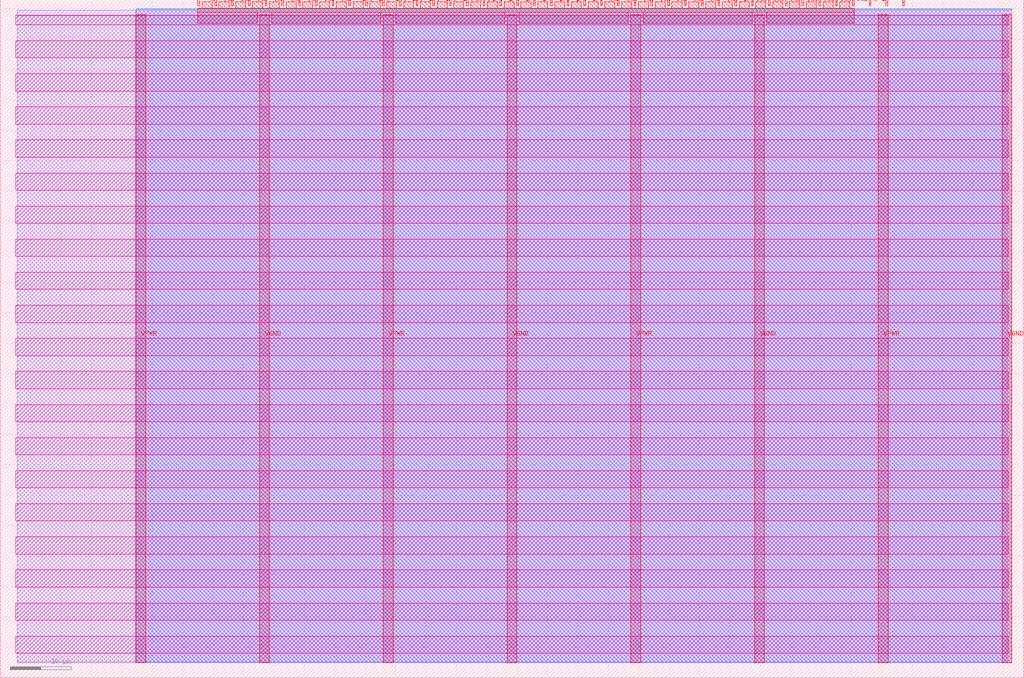
<source format=lef>
VERSION 5.7 ;
  NOWIREEXTENSIONATPIN ON ;
  DIVIDERCHAR "/" ;
  BUSBITCHARS "[]" ;
MACRO tt_um_wokwi_380416361853146113
  CLASS BLOCK ;
  FOREIGN tt_um_wokwi_380416361853146113 ;
  ORIGIN 0.000 0.000 ;
  SIZE 168.360 BY 111.520 ;
  PIN VGND
    DIRECTION INOUT ;
    USE GROUND ;
    PORT
      LAYER met4 ;
        RECT 42.670 2.480 44.270 109.040 ;
    END
    PORT
      LAYER met4 ;
        RECT 83.380 2.480 84.980 109.040 ;
    END
    PORT
      LAYER met4 ;
        RECT 124.090 2.480 125.690 109.040 ;
    END
    PORT
      LAYER met4 ;
        RECT 164.800 2.480 166.400 109.040 ;
    END
  END VGND
  PIN VPWR
    DIRECTION INOUT ;
    USE POWER ;
    PORT
      LAYER met4 ;
        RECT 22.315 2.480 23.915 109.040 ;
    END
    PORT
      LAYER met4 ;
        RECT 63.025 2.480 64.625 109.040 ;
    END
    PORT
      LAYER met4 ;
        RECT 103.735 2.480 105.335 109.040 ;
    END
    PORT
      LAYER met4 ;
        RECT 144.445 2.480 146.045 109.040 ;
    END
  END VPWR
  PIN clk
    DIRECTION INPUT ;
    USE SIGNAL ;
    PORT
      LAYER met4 ;
        RECT 145.670 110.520 145.970 111.520 ;
    END
  END clk
  PIN ena
    DIRECTION INPUT ;
    USE SIGNAL ;
    PORT
      LAYER met4 ;
        RECT 148.430 110.520 148.730 111.520 ;
    END
  END ena
  PIN rst_n
    DIRECTION INPUT ;
    USE SIGNAL ;
    PORT
      LAYER met4 ;
        RECT 142.910 110.520 143.210 111.520 ;
    END
  END rst_n
  PIN ui_in[0]
    DIRECTION INPUT ;
    USE SIGNAL ;
    ANTENNAGATEAREA 0.196500 ;
    PORT
      LAYER met4 ;
        RECT 140.150 110.520 140.450 111.520 ;
    END
  END ui_in[0]
  PIN ui_in[1]
    DIRECTION INPUT ;
    USE SIGNAL ;
    ANTENNAGATEAREA 0.196500 ;
    PORT
      LAYER met4 ;
        RECT 137.390 110.520 137.690 111.520 ;
    END
  END ui_in[1]
  PIN ui_in[2]
    DIRECTION INPUT ;
    USE SIGNAL ;
    ANTENNAGATEAREA 0.196500 ;
    PORT
      LAYER met4 ;
        RECT 134.630 110.520 134.930 111.520 ;
    END
  END ui_in[2]
  PIN ui_in[3]
    DIRECTION INPUT ;
    USE SIGNAL ;
    ANTENNAGATEAREA 0.196500 ;
    PORT
      LAYER met4 ;
        RECT 131.870 110.520 132.170 111.520 ;
    END
  END ui_in[3]
  PIN ui_in[4]
    DIRECTION INPUT ;
    USE SIGNAL ;
    ANTENNAGATEAREA 0.196500 ;
    PORT
      LAYER met4 ;
        RECT 129.110 110.520 129.410 111.520 ;
    END
  END ui_in[4]
  PIN ui_in[5]
    DIRECTION INPUT ;
    USE SIGNAL ;
    ANTENNAGATEAREA 0.196500 ;
    PORT
      LAYER met4 ;
        RECT 126.350 110.520 126.650 111.520 ;
    END
  END ui_in[5]
  PIN ui_in[6]
    DIRECTION INPUT ;
    USE SIGNAL ;
    ANTENNAGATEAREA 0.196500 ;
    PORT
      LAYER met4 ;
        RECT 123.590 110.520 123.890 111.520 ;
    END
  END ui_in[6]
  PIN ui_in[7]
    DIRECTION INPUT ;
    USE SIGNAL ;
    ANTENNAGATEAREA 0.196500 ;
    PORT
      LAYER met4 ;
        RECT 120.830 110.520 121.130 111.520 ;
    END
  END ui_in[7]
  PIN uio_in[0]
    DIRECTION INPUT ;
    USE SIGNAL ;
    PORT
      LAYER met4 ;
        RECT 118.070 110.520 118.370 111.520 ;
    END
  END uio_in[0]
  PIN uio_in[1]
    DIRECTION INPUT ;
    USE SIGNAL ;
    PORT
      LAYER met4 ;
        RECT 115.310 110.520 115.610 111.520 ;
    END
  END uio_in[1]
  PIN uio_in[2]
    DIRECTION INPUT ;
    USE SIGNAL ;
    PORT
      LAYER met4 ;
        RECT 112.550 110.520 112.850 111.520 ;
    END
  END uio_in[2]
  PIN uio_in[3]
    DIRECTION INPUT ;
    USE SIGNAL ;
    PORT
      LAYER met4 ;
        RECT 109.790 110.520 110.090 111.520 ;
    END
  END uio_in[3]
  PIN uio_in[4]
    DIRECTION INPUT ;
    USE SIGNAL ;
    PORT
      LAYER met4 ;
        RECT 107.030 110.520 107.330 111.520 ;
    END
  END uio_in[4]
  PIN uio_in[5]
    DIRECTION INPUT ;
    USE SIGNAL ;
    PORT
      LAYER met4 ;
        RECT 104.270 110.520 104.570 111.520 ;
    END
  END uio_in[5]
  PIN uio_in[6]
    DIRECTION INPUT ;
    USE SIGNAL ;
    PORT
      LAYER met4 ;
        RECT 101.510 110.520 101.810 111.520 ;
    END
  END uio_in[6]
  PIN uio_in[7]
    DIRECTION INPUT ;
    USE SIGNAL ;
    PORT
      LAYER met4 ;
        RECT 98.750 110.520 99.050 111.520 ;
    END
  END uio_in[7]
  PIN uio_oe[0]
    DIRECTION OUTPUT TRISTATE ;
    USE SIGNAL ;
    PORT
      LAYER met4 ;
        RECT 51.830 110.520 52.130 111.520 ;
    END
  END uio_oe[0]
  PIN uio_oe[1]
    DIRECTION OUTPUT TRISTATE ;
    USE SIGNAL ;
    PORT
      LAYER met4 ;
        RECT 49.070 110.520 49.370 111.520 ;
    END
  END uio_oe[1]
  PIN uio_oe[2]
    DIRECTION OUTPUT TRISTATE ;
    USE SIGNAL ;
    PORT
      LAYER met4 ;
        RECT 46.310 110.520 46.610 111.520 ;
    END
  END uio_oe[2]
  PIN uio_oe[3]
    DIRECTION OUTPUT TRISTATE ;
    USE SIGNAL ;
    PORT
      LAYER met4 ;
        RECT 43.550 110.520 43.850 111.520 ;
    END
  END uio_oe[3]
  PIN uio_oe[4]
    DIRECTION OUTPUT TRISTATE ;
    USE SIGNAL ;
    PORT
      LAYER met4 ;
        RECT 40.790 110.520 41.090 111.520 ;
    END
  END uio_oe[4]
  PIN uio_oe[5]
    DIRECTION OUTPUT TRISTATE ;
    USE SIGNAL ;
    PORT
      LAYER met4 ;
        RECT 38.030 110.520 38.330 111.520 ;
    END
  END uio_oe[5]
  PIN uio_oe[6]
    DIRECTION OUTPUT TRISTATE ;
    USE SIGNAL ;
    PORT
      LAYER met4 ;
        RECT 35.270 110.520 35.570 111.520 ;
    END
  END uio_oe[6]
  PIN uio_oe[7]
    DIRECTION OUTPUT TRISTATE ;
    USE SIGNAL ;
    PORT
      LAYER met4 ;
        RECT 32.510 110.520 32.810 111.520 ;
    END
  END uio_oe[7]
  PIN uio_out[0]
    DIRECTION OUTPUT TRISTATE ;
    USE SIGNAL ;
    PORT
      LAYER met4 ;
        RECT 73.910 110.520 74.210 111.520 ;
    END
  END uio_out[0]
  PIN uio_out[1]
    DIRECTION OUTPUT TRISTATE ;
    USE SIGNAL ;
    PORT
      LAYER met4 ;
        RECT 71.150 110.520 71.450 111.520 ;
    END
  END uio_out[1]
  PIN uio_out[2]
    DIRECTION OUTPUT TRISTATE ;
    USE SIGNAL ;
    PORT
      LAYER met4 ;
        RECT 68.390 110.520 68.690 111.520 ;
    END
  END uio_out[2]
  PIN uio_out[3]
    DIRECTION OUTPUT TRISTATE ;
    USE SIGNAL ;
    PORT
      LAYER met4 ;
        RECT 65.630 110.520 65.930 111.520 ;
    END
  END uio_out[3]
  PIN uio_out[4]
    DIRECTION OUTPUT TRISTATE ;
    USE SIGNAL ;
    PORT
      LAYER met4 ;
        RECT 62.870 110.520 63.170 111.520 ;
    END
  END uio_out[4]
  PIN uio_out[5]
    DIRECTION OUTPUT TRISTATE ;
    USE SIGNAL ;
    PORT
      LAYER met4 ;
        RECT 60.110 110.520 60.410 111.520 ;
    END
  END uio_out[5]
  PIN uio_out[6]
    DIRECTION OUTPUT TRISTATE ;
    USE SIGNAL ;
    PORT
      LAYER met4 ;
        RECT 57.350 110.520 57.650 111.520 ;
    END
  END uio_out[6]
  PIN uio_out[7]
    DIRECTION OUTPUT TRISTATE ;
    USE SIGNAL ;
    PORT
      LAYER met4 ;
        RECT 54.590 110.520 54.890 111.520 ;
    END
  END uio_out[7]
  PIN uo_out[0]
    DIRECTION OUTPUT TRISTATE ;
    USE SIGNAL ;
    PORT
      LAYER met4 ;
        RECT 95.990 110.520 96.290 111.520 ;
    END
  END uo_out[0]
  PIN uo_out[1]
    DIRECTION OUTPUT TRISTATE ;
    USE SIGNAL ;
    ANTENNADIFFAREA 0.795200 ;
    PORT
      LAYER met4 ;
        RECT 93.230 110.520 93.530 111.520 ;
    END
  END uo_out[1]
  PIN uo_out[2]
    DIRECTION OUTPUT TRISTATE ;
    USE SIGNAL ;
    ANTENNADIFFAREA 0.795200 ;
    PORT
      LAYER met4 ;
        RECT 90.470 110.520 90.770 111.520 ;
    END
  END uo_out[2]
  PIN uo_out[3]
    DIRECTION OUTPUT TRISTATE ;
    USE SIGNAL ;
    ANTENNADIFFAREA 0.795200 ;
    PORT
      LAYER met4 ;
        RECT 87.710 110.520 88.010 111.520 ;
    END
  END uo_out[3]
  PIN uo_out[4]
    DIRECTION OUTPUT TRISTATE ;
    USE SIGNAL ;
    ANTENNADIFFAREA 0.445500 ;
    PORT
      LAYER met4 ;
        RECT 84.950 110.520 85.250 111.520 ;
    END
  END uo_out[4]
  PIN uo_out[5]
    DIRECTION OUTPUT TRISTATE ;
    USE SIGNAL ;
    ANTENNADIFFAREA 0.795200 ;
    PORT
      LAYER met4 ;
        RECT 82.190 110.520 82.490 111.520 ;
    END
  END uo_out[5]
  PIN uo_out[6]
    DIRECTION OUTPUT TRISTATE ;
    USE SIGNAL ;
    ANTENNADIFFAREA 0.445500 ;
    PORT
      LAYER met4 ;
        RECT 79.430 110.520 79.730 111.520 ;
    END
  END uo_out[6]
  PIN uo_out[7]
    DIRECTION OUTPUT TRISTATE ;
    USE SIGNAL ;
    ANTENNADIFFAREA 0.795200 ;
    PORT
      LAYER met4 ;
        RECT 76.670 110.520 76.970 111.520 ;
    END
  END uo_out[7]
  OBS
      LAYER nwell ;
        RECT 2.570 107.385 165.790 108.990 ;
        RECT 2.570 101.945 165.790 104.775 ;
        RECT 2.570 96.505 165.790 99.335 ;
        RECT 2.570 91.065 165.790 93.895 ;
        RECT 2.570 85.625 165.790 88.455 ;
        RECT 2.570 80.185 165.790 83.015 ;
        RECT 2.570 74.745 165.790 77.575 ;
        RECT 2.570 69.305 165.790 72.135 ;
        RECT 2.570 63.865 165.790 66.695 ;
        RECT 2.570 58.425 165.790 61.255 ;
        RECT 2.570 52.985 165.790 55.815 ;
        RECT 2.570 47.545 165.790 50.375 ;
        RECT 2.570 42.105 165.790 44.935 ;
        RECT 2.570 36.665 165.790 39.495 ;
        RECT 2.570 31.225 165.790 34.055 ;
        RECT 2.570 25.785 165.790 28.615 ;
        RECT 2.570 20.345 165.790 23.175 ;
        RECT 2.570 14.905 165.790 17.735 ;
        RECT 2.570 9.465 165.790 12.295 ;
        RECT 2.570 4.025 165.790 6.855 ;
      LAYER li1 ;
        RECT 2.760 2.635 165.600 108.885 ;
      LAYER met1 ;
        RECT 2.760 2.480 166.400 109.780 ;
      LAYER met2 ;
        RECT 22.345 2.535 166.370 110.005 ;
      LAYER met3 ;
        RECT 22.325 2.555 166.390 109.985 ;
      LAYER met4 ;
        RECT 33.210 110.120 34.870 111.170 ;
        RECT 35.970 110.120 37.630 111.170 ;
        RECT 38.730 110.120 40.390 111.170 ;
        RECT 41.490 110.120 43.150 111.170 ;
        RECT 44.250 110.120 45.910 111.170 ;
        RECT 47.010 110.120 48.670 111.170 ;
        RECT 49.770 110.120 51.430 111.170 ;
        RECT 52.530 110.120 54.190 111.170 ;
        RECT 55.290 110.120 56.950 111.170 ;
        RECT 58.050 110.120 59.710 111.170 ;
        RECT 60.810 110.120 62.470 111.170 ;
        RECT 63.570 110.120 65.230 111.170 ;
        RECT 66.330 110.120 67.990 111.170 ;
        RECT 69.090 110.120 70.750 111.170 ;
        RECT 71.850 110.120 73.510 111.170 ;
        RECT 74.610 110.120 76.270 111.170 ;
        RECT 77.370 110.120 79.030 111.170 ;
        RECT 80.130 110.120 81.790 111.170 ;
        RECT 82.890 110.120 84.550 111.170 ;
        RECT 85.650 110.120 87.310 111.170 ;
        RECT 88.410 110.120 90.070 111.170 ;
        RECT 91.170 110.120 92.830 111.170 ;
        RECT 93.930 110.120 95.590 111.170 ;
        RECT 96.690 110.120 98.350 111.170 ;
        RECT 99.450 110.120 101.110 111.170 ;
        RECT 102.210 110.120 103.870 111.170 ;
        RECT 104.970 110.120 106.630 111.170 ;
        RECT 107.730 110.120 109.390 111.170 ;
        RECT 110.490 110.120 112.150 111.170 ;
        RECT 113.250 110.120 114.910 111.170 ;
        RECT 116.010 110.120 117.670 111.170 ;
        RECT 118.770 110.120 120.430 111.170 ;
        RECT 121.530 110.120 123.190 111.170 ;
        RECT 124.290 110.120 125.950 111.170 ;
        RECT 127.050 110.120 128.710 111.170 ;
        RECT 129.810 110.120 131.470 111.170 ;
        RECT 132.570 110.120 134.230 111.170 ;
        RECT 135.330 110.120 136.990 111.170 ;
        RECT 138.090 110.120 139.750 111.170 ;
        RECT 32.495 109.440 140.465 110.120 ;
        RECT 32.495 107.615 42.270 109.440 ;
        RECT 44.670 107.615 62.625 109.440 ;
        RECT 65.025 107.615 82.980 109.440 ;
        RECT 85.380 107.615 103.335 109.440 ;
        RECT 105.735 107.615 123.690 109.440 ;
        RECT 126.090 107.615 140.465 109.440 ;
  END
END tt_um_wokwi_380416361853146113
END LIBRARY


</source>
